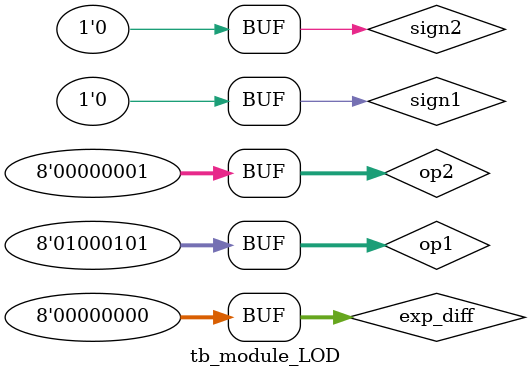
<source format=sv>
`timescale 1ns / 10ps

module tb_module_LOD();

parameter DELAY = 5;
reg sign1;
reg sign2;
reg [7:0] exp_diff;
reg [7:0] op1;
reg [7:0] op2;
wire [7:0] shift;

LOP_nbit count_shift(
  .sign1(sign1),
  .sign2(sign2),
  .exp_diff(exp_diff),
  .op1(op1),
  .op2(op2),
  .shift(shift)
  );
  
initial 
begin
  op1 = 8'h45;
  op2 = 8'h01;
  sign1 = 0;
  sign2 = 0;
  exp_diff = 0;
  #(DELAY);
end
endmodule
</source>
